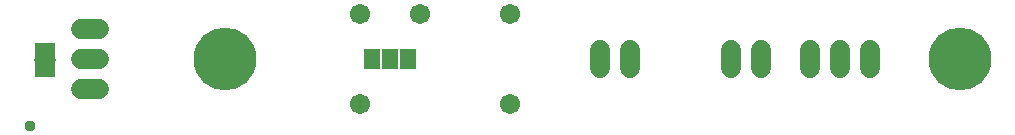
<source format=gbs>
G04 EAGLE Gerber RS-274X export*
G75*
%MOMM*%
%FSLAX34Y34*%
%LPD*%
%INBottom Solder Mask*%
%IPPOS*%
%AMOC8*
5,1,8,0,0,1.08239X$1,22.5*%
G01*
%ADD10C,5.308600*%
%ADD11C,1.711200*%
%ADD12C,1.711200*%
%ADD13R,1.371600X1.803400*%
%ADD14R,1.803400X1.371600*%
%ADD15R,1.828800X0.152400*%
%ADD16C,0.959600*%


D10*
X190500Y88900D03*
X812800Y88900D03*
D11*
X304800Y50800D03*
X431800Y50800D03*
X431800Y127000D03*
X355600Y127000D03*
X304800Y127000D03*
D12*
X83740Y63500D02*
X68660Y63500D01*
X68660Y88900D02*
X83740Y88900D01*
X83740Y114300D02*
X68660Y114300D01*
X619125Y96440D02*
X619125Y81360D01*
X644525Y81360D02*
X644525Y96440D01*
X508000Y96440D02*
X508000Y81360D01*
X533400Y81360D02*
X533400Y96440D01*
X685800Y96440D02*
X685800Y81360D01*
X711200Y81360D02*
X711200Y96440D01*
X736600Y96440D02*
X736600Y81360D01*
D13*
X345440Y88900D03*
X330200Y88900D03*
X314960Y88900D03*
D14*
X38100Y80010D03*
X38100Y95250D03*
D15*
X38100Y87630D03*
D16*
X25400Y31750D03*
M02*

</source>
